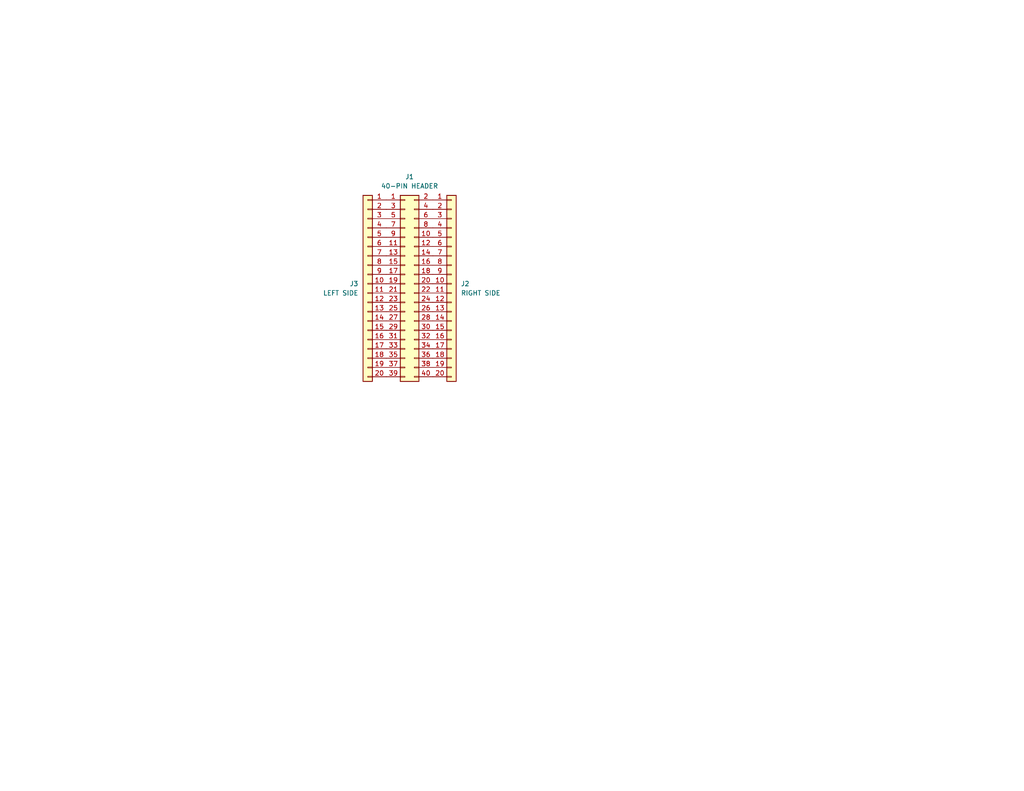
<source format=kicad_sch>
(kicad_sch (version 20230121) (generator eeschema)
  (paper "USLetter")
  (title_block (title "40-pin header to breadboard adaptor") (date "2023-08-24") (rev "1") (company "Frédéric Segard") (comment 1 "@microhobbyist"))
  (lib_symbols
    (symbol "Connector_Generic:Conn_01x20" (pin_names (offset 1.016) hide)
      (property "Reference" "J" (at 0 25.4 0))
      (property "Value" "Conn_01x20" (at 0 -27.94 0))
      (symbol "Conn_01x20_1_1"
        (rectangle (start -1.27 -25.273) (end 0 -25.527) (stroke (width 0.1524)))
        (rectangle (start -1.27 -22.733) (end 0 -22.987) (stroke (width 0.1524)))
        (rectangle (start -1.27 -20.193) (end 0 -20.447) (stroke (width 0.1524)))
        (rectangle (start -1.27 -17.653) (end 0 -17.907) (stroke (width 0.1524)))
        (rectangle (start -1.27 -15.113) (end 0 -15.367) (stroke (width 0.1524)))
        (rectangle (start -1.27 -12.573) (end 0 -12.827) (stroke (width 0.1524)))
        (rectangle (start -1.27 -10.033) (end 0 -10.287) (stroke (width 0.1524)))
        (rectangle (start -1.27 -7.493) (end 0 -7.747) (stroke (width 0.1524)))
        (rectangle (start -1.27 -4.953) (end 0 -5.207) (stroke (width 0.1524)))
        (rectangle (start -1.27 -2.413) (end 0 -2.667) (stroke (width 0.1524)))
        (rectangle (start -1.27 0.127) (end 0 -0.127) (stroke (width 0.1524)))
        (rectangle (start -1.27 2.667) (end 0 2.413) (stroke (width 0.1524)))
        (rectangle (start -1.27 5.207) (end 0 4.953) (stroke (width 0.1524)))
        (rectangle (start -1.27 7.747) (end 0 7.493) (stroke (width 0.1524)))
        (rectangle (start -1.27 10.287) (end 0 10.033) (stroke (width 0.1524)))
        (rectangle (start -1.27 12.827) (end 0 12.573) (stroke (width 0.1524)))
        (rectangle (start -1.27 15.367) (end 0 15.113) (stroke (width 0.1524)))
        (rectangle (start -1.27 17.907) (end 0 17.653) (stroke (width 0.1524)))
        (rectangle (start -1.27 20.447) (end 0 20.193) (stroke (width 0.1524)))
        (rectangle (start -1.27 22.987) (end 0 22.733) (stroke (width 0.1524)))
        (rectangle (start -1.27 24.13) (end 1.27 -26.67) (stroke (width 0.254)) (fill (type background)))
        (pin passive line (at -5.08 22.86 0) (length 3.81) (name "Pin_1") (number "1"))
        (pin passive line (at -5.08 0 0) (length 3.81) (name "Pin_10") (number "10"))
        (pin passive line (at -5.08 -2.54 0) (length 3.81) (name "Pin_11") (number "11"))
        (pin passive line (at -5.08 -5.08 0) (length 3.81) (name "Pin_12") (number "12"))
        (pin passive line (at -5.08 -7.62 0) (length 3.81) (name "Pin_13") (number "13"))
        (pin passive line (at -5.08 -10.16 0) (length 3.81) (name "Pin_14") (number "14"))
        (pin passive line (at -5.08 -12.7 0) (length 3.81) (name "Pin_15") (number "15"))
        (pin passive line (at -5.08 -15.24 0) (length 3.81) (name "Pin_16") (number "16"))
        (pin passive line (at -5.08 -17.78 0) (length 3.81) (name "Pin_17") (number "17"))
        (pin passive line (at -5.08 -20.32 0) (length 3.81) (name "Pin_18") (number "18"))
        (pin passive line (at -5.08 -22.86 0) (length 3.81) (name "Pin_19") (number "19"))
        (pin passive line (at -5.08 20.32 0) (length 3.81) (name "Pin_2") (number "2"))
        (pin passive line (at -5.08 -25.4 0) (length 3.81) (name "Pin_20") (number "20"))
        (pin passive line (at -5.08 17.78 0) (length 3.81) (name "Pin_3") (number "3"))
        (pin passive line (at -5.08 15.24 0) (length 3.81) (name "Pin_4") (number "4"))
        (pin passive line (at -5.08 12.7 0) (length 3.81) (name "Pin_5") (number "5"))
        (pin passive line (at -5.08 10.16 0) (length 3.81) (name "Pin_6") (number "6"))
        (pin passive line (at -5.08 7.62 0) (length 3.81) (name "Pin_7") (number "7"))
        (pin passive line (at -5.08 5.08 0) (length 3.81) (name "Pin_8") (number "8"))
        (pin passive line (at -5.08 2.54 0) (length 3.81) (name "Pin_9") (number "9"))
      )
    )
    (symbol "Connector_Generic:Conn_02x20_Odd_Even" (pin_names (offset 1.016) hide)
      (property "Reference" "J" (at 1.27 25.4 0))
      (property "Value" "Conn_02x20_Odd_Even" (at 1.27 -27.94 0))
      (symbol "Conn_02x20_Odd_Even_1_1"
        (rectangle (start -1.27 -25.273) (end 0 -25.527) (stroke (width 0.1524)))
        (rectangle (start -1.27 -22.733) (end 0 -22.987) (stroke (width 0.1524)))
        (rectangle (start -1.27 -20.193) (end 0 -20.447) (stroke (width 0.1524)))
        (rectangle (start -1.27 -17.653) (end 0 -17.907) (stroke (width 0.1524)))
        (rectangle (start -1.27 -15.113) (end 0 -15.367) (stroke (width 0.1524)))
        (rectangle (start -1.27 -12.573) (end 0 -12.827) (stroke (width 0.1524)))
        (rectangle (start -1.27 -10.033) (end 0 -10.287) (stroke (width 0.1524)))
        (rectangle (start -1.27 -7.493) (end 0 -7.747) (stroke (width 0.1524)))
        (rectangle (start -1.27 -4.953) (end 0 -5.207) (stroke (width 0.1524)))
        (rectangle (start -1.27 -2.413) (end 0 -2.667) (stroke (width 0.1524)))
        (rectangle (start -1.27 0.127) (end 0 -0.127) (stroke (width 0.1524)))
        (rectangle (start -1.27 2.667) (end 0 2.413) (stroke (width 0.1524)))
        (rectangle (start -1.27 5.207) (end 0 4.953) (stroke (width 0.1524)))
        (rectangle (start -1.27 7.747) (end 0 7.493) (stroke (width 0.1524)))
        (rectangle (start -1.27 10.287) (end 0 10.033) (stroke (width 0.1524)))
        (rectangle (start -1.27 12.827) (end 0 12.573) (stroke (width 0.1524)))
        (rectangle (start -1.27 15.367) (end 0 15.113) (stroke (width 0.1524)))
        (rectangle (start -1.27 17.907) (end 0 17.653) (stroke (width 0.1524)))
        (rectangle (start -1.27 20.447) (end 0 20.193) (stroke (width 0.1524)))
        (rectangle (start -1.27 22.987) (end 0 22.733) (stroke (width 0.1524)))
        (rectangle (start -1.27 24.13) (end 3.81 -26.67) (stroke (width 0.254)) (fill (type background)))
        (rectangle (start 3.81 -25.273) (end 2.54 -25.527) (stroke (width 0.1524)))
        (rectangle (start 3.81 -22.733) (end 2.54 -22.987) (stroke (width 0.1524)))
        (rectangle (start 3.81 -20.193) (end 2.54 -20.447) (stroke (width 0.1524)))
        (rectangle (start 3.81 -17.653) (end 2.54 -17.907) (stroke (width 0.1524)))
        (rectangle (start 3.81 -15.113) (end 2.54 -15.367) (stroke (width 0.1524)))
        (rectangle (start 3.81 -12.573) (end 2.54 -12.827) (stroke (width 0.1524)))
        (rectangle (start 3.81 -10.033) (end 2.54 -10.287) (stroke (width 0.1524)))
        (rectangle (start 3.81 -7.493) (end 2.54 -7.747) (stroke (width 0.1524)))
        (rectangle (start 3.81 -4.953) (end 2.54 -5.207) (stroke (width 0.1524)))
        (rectangle (start 3.81 -2.413) (end 2.54 -2.667) (stroke (width 0.1524)))
        (rectangle (start 3.81 0.127) (end 2.54 -0.127) (stroke (width 0.1524)))
        (rectangle (start 3.81 2.667) (end 2.54 2.413) (stroke (width 0.1524)))
        (rectangle (start 3.81 5.207) (end 2.54 4.953) (stroke (width 0.1524)))
        (rectangle (start 3.81 7.747) (end 2.54 7.493) (stroke (width 0.1524)))
        (rectangle (start 3.81 10.287) (end 2.54 10.033) (stroke (width 0.1524)))
        (rectangle (start 3.81 12.827) (end 2.54 12.573) (stroke (width 0.1524)))
        (rectangle (start 3.81 15.367) (end 2.54 15.113) (stroke (width 0.1524)))
        (rectangle (start 3.81 17.907) (end 2.54 17.653) (stroke (width 0.1524)))
        (rectangle (start 3.81 20.447) (end 2.54 20.193) (stroke (width 0.1524)))
        (rectangle (start 3.81 22.987) (end 2.54 22.733) (stroke (width 0.1524)))
        (pin passive line (at -5.08 22.86 0) (length 3.81) (name "Pin_1") (number "1"))
        (pin passive line (at 7.62 12.7 180) (length 3.81) (name "Pin_10") (number "10"))
        (pin passive line (at -5.08 10.16 0) (length 3.81) (name "Pin_11") (number "11"))
        (pin passive line (at 7.62 10.16 180) (length 3.81) (name "Pin_12") (number "12"))
        (pin passive line (at -5.08 7.62 0) (length 3.81) (name "Pin_13") (number "13"))
        (pin passive line (at 7.62 7.62 180) (length 3.81) (name "Pin_14") (number "14"))
        (pin passive line (at -5.08 5.08 0) (length 3.81) (name "Pin_15") (number "15"))
        (pin passive line (at 7.62 5.08 180) (length 3.81) (name "Pin_16") (number "16"))
        (pin passive line (at -5.08 2.54 0) (length 3.81) (name "Pin_17") (number "17"))
        (pin passive line (at 7.62 2.54 180) (length 3.81) (name "Pin_18") (number "18"))
        (pin passive line (at -5.08 0 0) (length 3.81) (name "Pin_19") (number "19"))
        (pin passive line (at 7.62 22.86 180) (length 3.81) (name "Pin_2") (number "2"))
        (pin passive line (at 7.62 0 180) (length 3.81) (name "Pin_20") (number "20"))
        (pin passive line (at -5.08 -2.54 0) (length 3.81) (name "Pin_21") (number "21"))
        (pin passive line (at 7.62 -2.54 180) (length 3.81) (name "Pin_22") (number "22"))
        (pin passive line (at -5.08 -5.08 0) (length 3.81) (name "Pin_23") (number "23"))
        (pin passive line (at 7.62 -5.08 180) (length 3.81) (name "Pin_24") (number "24"))
        (pin passive line (at -5.08 -7.62 0) (length 3.81) (name "Pin_25") (number "25"))
        (pin passive line (at 7.62 -7.62 180) (length 3.81) (name "Pin_26") (number "26"))
        (pin passive line (at -5.08 -10.16 0) (length 3.81) (name "Pin_27") (number "27"))
        (pin passive line (at 7.62 -10.16 180) (length 3.81) (name "Pin_28") (number "28"))
        (pin passive line (at -5.08 -12.7 0) (length 3.81) (name "Pin_29") (number "29"))
        (pin passive line (at -5.08 20.32 0) (length 3.81) (name "Pin_3") (number "3"))
        (pin passive line (at 7.62 -12.7 180) (length 3.81) (name "Pin_30") (number "30"))
        (pin passive line (at -5.08 -15.24 0) (length 3.81) (name "Pin_31") (number "31"))
        (pin passive line (at 7.62 -15.24 180) (length 3.81) (name "Pin_32") (number "32"))
        (pin passive line (at -5.08 -17.78 0) (length 3.81) (name "Pin_33") (number "33"))
        (pin passive line (at 7.62 -17.78 180) (length 3.81) (name "Pin_34") (number "34"))
        (pin passive line (at -5.08 -20.32 0) (length 3.81) (name "Pin_35") (number "35"))
        (pin passive line (at 7.62 -20.32 180) (length 3.81) (name "Pin_36") (number "36"))
        (pin passive line (at -5.08 -22.86 0) (length 3.81) (name "Pin_37") (number "37"))
        (pin passive line (at 7.62 -22.86 180) (length 3.81) (name "Pin_38") (number "38"))
        (pin passive line (at -5.08 -25.4 0) (length 3.81) (name "Pin_39") (number "39"))
        (pin passive line (at 7.62 20.32 180) (length 3.81) (name "Pin_4") (number "4"))
        (pin passive line (at 7.62 -25.4 180) (length 3.81) (name "Pin_40") (number "40"))
        (pin passive line (at -5.08 17.78 0) (length 3.81) (name "Pin_5") (number "5"))
        (pin passive line (at 7.62 17.78 180) (length 3.81) (name "Pin_6") (number "6"))
        (pin passive line (at -5.08 15.24 0) (length 3.81) (name "Pin_7") (number "7"))
        (pin passive line (at 7.62 15.24 180) (length 3.81) (name "Pin_8") (number "8"))
        (pin passive line (at -5.08 12.7 0) (length 3.81) (name "Pin_9") (number "9"))
      )
    )
  )
  (symbol (lib_id "Connector_Generic:Conn_01x20") (at 123.19 77.47 0) (unit 1)
    (property "Reference" "J2" (at 125.73 77.47 0) (effects (justify left)))
    (property "Value" "RIGHT SIDE" (at 125.73 80.01 0) (effects (justify left)))
    (property "Footprint" "Connector_PinHeader_2.54mm:PinHeader_1x20_P2.54mm_Vertical" (effects hide))
  )
  (symbol (lib_id "Connector_Generic:Conn_02x20_Odd_Even") (at 110.49 77.47 0) (unit 1)
    (property "Reference" "J1" (at 111.76 48.26 0))
    (property "Value" "40-PIN HEADER" (at 111.76 50.8 0))
    (property "Footprint" "Connector_PinHeader_2.54mm:PinHeader_2x20_P2.54mm_Vertical" (effects hide))
  )
  (symbol (lib_id "Connector_Generic:Conn_01x20") (at 100.33 77.47 0) (mirror y) (unit 1)
    (property "Reference" "J3" (at 97.79 77.47 0) (effects (justify left)))
    (property "Value" "LEFT SIDE" (at 97.79 80.01 0) (effects (justify left)))
    (property "Footprint" "Connector_PinHeader_2.54mm:PinHeader_1x20_P2.54mm_Vertical" (effects hide))
  )
)
</source>
